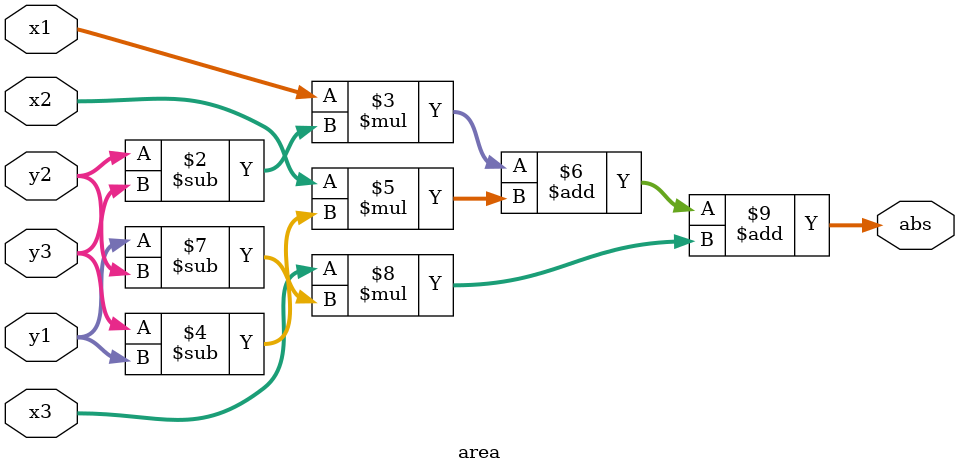
<source format=v>

module Sinal (
  input [9:0] x1,
  input [9:0] y1,
  input [9:0] x2,
  input [9:0] y2,
  input [9:0] x3,
  input [9:0] y3,
  input [9:0] x,
  input [9:0] y,
  output reg S
  );
  wire signed [20:0] A;
  wire signed [20:0] A1;
  wire signed [20:0] A2;
  wire signed [20:0] A3;
  area a(x1, y1, x2, y2, x3, y3, A);
  area b(x, y, x2, y2, x3, y3, A1);
  area c(x1, y1, x, y, x3, y3, A2);
  area d(x1, y1, x2, y2, x, y, A3);
  always @ (A, A1, A2, A3) begin
    if (A == (A1 + A2 + A3))
      begin
        S <= 1;
      end
    else
      begin
        S <= 0;
      end
  end
endmodule

module area (
  input [9:0] x1,
  input [9:0] y1,
  input [9:0] x2,
  input [9:0] y2,
  input [9:0] x3,
  input [9:0] y3,
  output reg [20:0] abs
  );
  always @ ( abs ) begin
    abs <= ((x1*(y2-y3) + (x2*(y3-y1)) + (x3*(y1-y2))));
  end
endmodule

</source>
